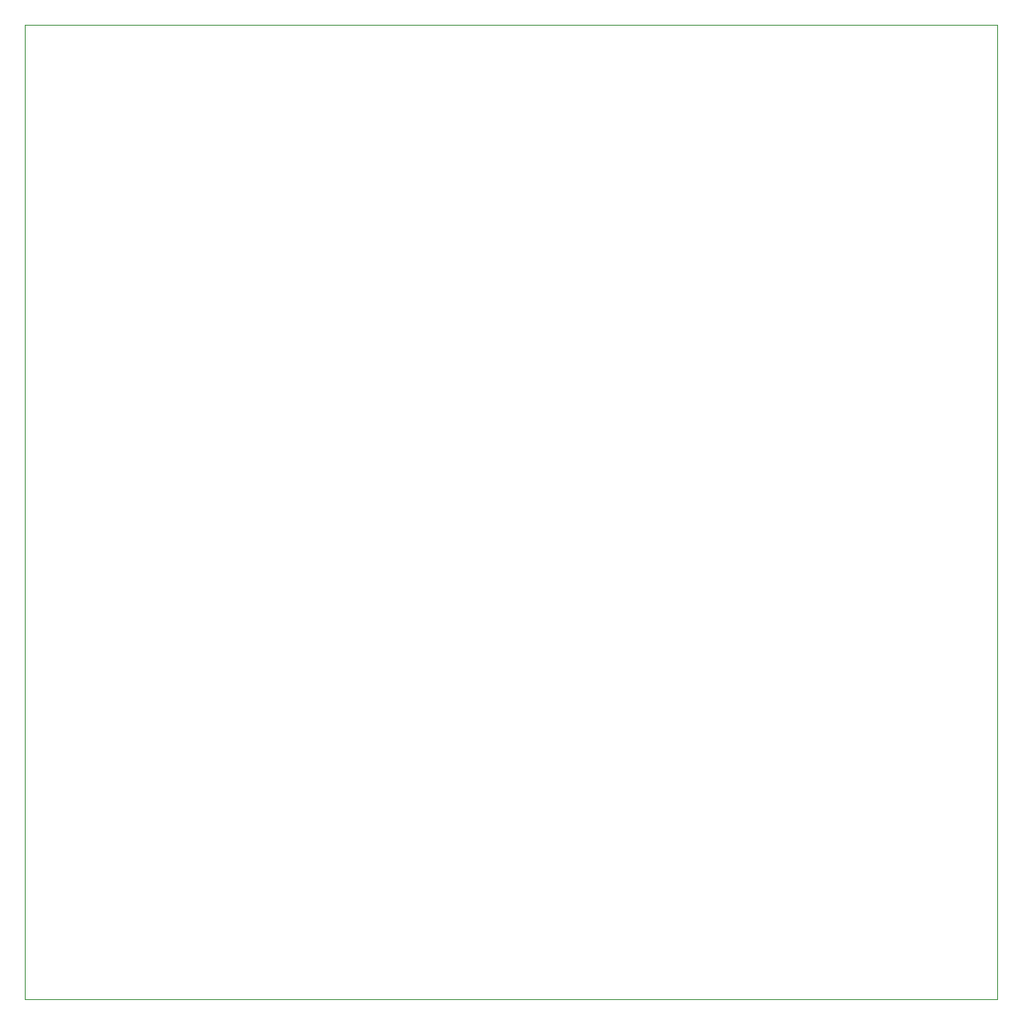
<source format=gbr>
%TF.GenerationSoftware,KiCad,Pcbnew,7.0.9*%
%TF.CreationDate,2024-06-03T12:34:29+01:00*%
%TF.ProjectId,3X VCO,33582056-434f-42e6-9b69-6361645f7063,rev?*%
%TF.SameCoordinates,Original*%
%TF.FileFunction,Profile,NP*%
%FSLAX46Y46*%
G04 Gerber Fmt 4.6, Leading zero omitted, Abs format (unit mm)*
G04 Created by KiCad (PCBNEW 7.0.9) date 2024-06-03 12:34:29*
%MOMM*%
%LPD*%
G01*
G04 APERTURE LIST*
%TA.AperFunction,Profile*%
%ADD10C,0.050000*%
%TD*%
G04 APERTURE END LIST*
D10*
X326660000Y-68100000D02*
X227060000Y-68100000D01*
X326660000Y-167890000D02*
X326660000Y-68100000D01*
X227060000Y-68100000D02*
X227060000Y-167890000D01*
X227060000Y-167890000D02*
X326660000Y-167890000D01*
M02*

</source>
